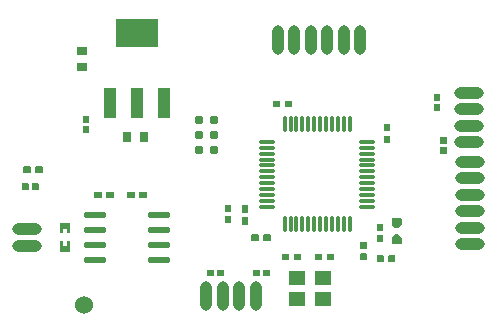
<source format=gtp>
G04 Layer: TopPasteMaskLayer*
G04 EasyEDA v6.5.40, 2024-02-03 19:01:27*
G04 629f34bd56064ca5b14c1ddf27600c48,2e16165ee3bb4678bfb3015e44e098b9,10*
G04 Gerber Generator version 0.2*
G04 Scale: 100 percent, Rotated: No, Reflected: No *
G04 Dimensions in millimeters *
G04 leading zeros omitted , absolute positions ,4 integer and 5 decimal *
%FSLAX45Y45*%
%MOMM*%

%AMMACRO1*21,1,$1,$2,0,0,$3*%
%ADD10C,1.5240*%
%ADD11R,0.9000X0.8000*%
%ADD12R,0.8000X0.9000*%
%ADD13O,1.950212X0.5684012*%
%ADD14R,1.1000X2.5000*%
%ADD15MACRO1,3.5999X2.3398X0.0000*%
%ADD16O,0.9999979999999999X2.4999949999999997*%
%ADD17O,0.0158X2.4999949999999997*%
%ADD18O,2.4999949999999997X0.9999979999999999*%
%ADD19O,0.27000199999999996X1.499997*%
%ADD20O,1.499997X0.27000199999999996*%
%ADD21R,1.4000X1.2000*%
%ADD22C,0.7874*%

%LPD*%
G36*
X1179982Y-1572514D02*
G01*
X1175004Y-1577492D01*
X1175004Y-1622501D01*
X1179982Y-1627479D01*
X1233017Y-1627479D01*
X1237996Y-1622501D01*
X1237996Y-1577492D01*
X1233017Y-1572514D01*
G37*
G36*
X1077010Y-1572514D02*
G01*
X1071981Y-1577492D01*
X1071981Y-1622501D01*
X1077010Y-1627479D01*
X1129995Y-1627479D01*
X1135024Y-1622501D01*
X1135024Y-1577492D01*
X1129995Y-1572514D01*
G37*
G36*
X797001Y-1572514D02*
G01*
X792022Y-1577492D01*
X792022Y-1622501D01*
X797001Y-1627479D01*
X849985Y-1627479D01*
X855014Y-1622501D01*
X855014Y-1577492D01*
X849985Y-1572514D01*
G37*
G36*
X899972Y-1572514D02*
G01*
X894994Y-1577492D01*
X894994Y-1622501D01*
X899972Y-1627479D01*
X953008Y-1627479D01*
X957986Y-1622501D01*
X957986Y-1577492D01*
X953008Y-1572514D01*
G37*
G36*
X197002Y-1357477D02*
G01*
X192024Y-1362506D01*
X192024Y-1407515D01*
X197002Y-1412494D01*
X249986Y-1412494D01*
X255016Y-1407515D01*
X255016Y-1362506D01*
X249986Y-1357477D01*
G37*
G36*
X299974Y-1357477D02*
G01*
X294995Y-1362506D01*
X294995Y-1407515D01*
X299974Y-1412494D01*
X353009Y-1412494D01*
X357987Y-1407515D01*
X357987Y-1362506D01*
X353009Y-1357477D01*
G37*
G36*
X2230018Y-1932482D02*
G01*
X2224989Y-1937512D01*
X2224989Y-1982520D01*
X2230018Y-1987499D01*
X2283002Y-1987499D01*
X2287981Y-1982520D01*
X2287981Y-1937512D01*
X2283002Y-1932482D01*
G37*
G36*
X2126996Y-1932482D02*
G01*
X2122017Y-1937512D01*
X2122017Y-1982520D01*
X2126996Y-1987499D01*
X2179980Y-1987499D01*
X2185009Y-1982520D01*
X2185009Y-1937512D01*
X2179980Y-1932482D01*
G37*
G36*
X3247491Y-997000D02*
G01*
X3242513Y-1001979D01*
X3242513Y-1055014D01*
X3247491Y-1059992D01*
X3292500Y-1059992D01*
X3297478Y-1055014D01*
X3297478Y-1001979D01*
X3292500Y-997000D01*
G37*
G36*
X3247491Y-1099972D02*
G01*
X3242513Y-1105001D01*
X3242513Y-1157986D01*
X3247491Y-1163015D01*
X3292500Y-1163015D01*
X3297478Y-1157986D01*
X3297478Y-1105001D01*
X3292500Y-1099972D01*
G37*
G36*
X2047493Y-1789988D02*
G01*
X2042515Y-1795018D01*
X2042515Y-1848002D01*
X2047493Y-1852980D01*
X2092502Y-1852980D01*
X2097481Y-1848002D01*
X2097481Y-1795018D01*
X2092502Y-1789988D01*
G37*
G36*
X2047493Y-1687017D02*
G01*
X2042515Y-1691995D01*
X2042515Y-1744980D01*
X2047493Y-1750009D01*
X2092502Y-1750009D01*
X2097481Y-1744980D01*
X2097481Y-1691995D01*
X2092502Y-1687017D01*
G37*
G36*
X2306980Y-802487D02*
G01*
X2302002Y-807516D01*
X2302002Y-852474D01*
X2306980Y-857503D01*
X2360015Y-857503D01*
X2364994Y-852474D01*
X2364994Y-807516D01*
X2360015Y-802487D01*
G37*
G36*
X2410002Y-802487D02*
G01*
X2404973Y-807516D01*
X2404973Y-852474D01*
X2410002Y-857503D01*
X2462987Y-857503D01*
X2468016Y-852474D01*
X2468016Y-807516D01*
X2462987Y-802487D01*
G37*
G36*
X3316478Y-1798777D02*
G01*
X3310077Y-1805178D01*
X3310077Y-1855520D01*
X3339439Y-1882952D01*
X3367074Y-1882952D01*
X3396487Y-1855520D01*
X3396487Y-1805178D01*
X3390087Y-1798777D01*
G37*
G36*
X3340557Y-1934514D02*
G01*
X3311194Y-1961946D01*
X3311194Y-2012238D01*
X3317595Y-2018639D01*
X3391204Y-2018639D01*
X3397605Y-2012238D01*
X3397605Y-1961946D01*
X3368243Y-1934514D01*
G37*
G36*
X1752447Y-2233015D02*
G01*
X1748434Y-2236978D01*
X1748434Y-2283002D01*
X1752447Y-2287016D01*
X1802485Y-2287016D01*
X1806498Y-2283002D01*
X1806498Y-2236978D01*
X1802485Y-2233015D01*
G37*
G36*
X1837486Y-2233015D02*
G01*
X1833473Y-2236978D01*
X1833473Y-2283002D01*
X1837486Y-2287016D01*
X1887575Y-2287016D01*
X1891538Y-2283002D01*
X1891538Y-2236978D01*
X1887575Y-2233015D01*
G37*
G36*
X3050895Y-2091182D02*
G01*
X3045917Y-2098192D01*
X3045917Y-2146198D01*
X3050895Y-2151227D01*
X3095904Y-2151227D01*
X3100882Y-2146198D01*
X3100882Y-2098192D01*
X3095904Y-2091182D01*
G37*
G36*
X3050895Y-1995220D02*
G01*
X3045917Y-2000199D01*
X3045917Y-2048205D01*
X3050895Y-2055215D01*
X3095904Y-2055215D01*
X3100882Y-2048205D01*
X3100882Y-2000199D01*
X3095904Y-1995220D01*
G37*
G36*
X3190595Y-1938782D02*
G01*
X3185617Y-1945792D01*
X3185617Y-1993798D01*
X3190595Y-1998827D01*
X3235604Y-1998827D01*
X3240582Y-1993798D01*
X3240582Y-1945792D01*
X3235604Y-1938782D01*
G37*
G36*
X3190595Y-1842820D02*
G01*
X3185617Y-1847799D01*
X3185617Y-1895805D01*
X3190595Y-1902815D01*
X3235604Y-1902815D01*
X3240582Y-1895805D01*
X3240582Y-1847799D01*
X3235604Y-1842820D01*
G37*
G36*
X3190900Y-2109216D02*
G01*
X3185922Y-2114194D01*
X3185922Y-2159203D01*
X3190900Y-2164181D01*
X3238906Y-2164181D01*
X3245916Y-2159203D01*
X3245916Y-2114194D01*
X3238906Y-2109216D01*
G37*
G36*
X3288893Y-2109216D02*
G01*
X3281883Y-2114194D01*
X3281883Y-2159203D01*
X3288893Y-2164181D01*
X3336899Y-2164181D01*
X3341878Y-2159203D01*
X3341878Y-2114194D01*
X3336899Y-2109216D01*
G37*
G36*
X2390800Y-2096516D02*
G01*
X2385822Y-2101494D01*
X2385822Y-2146503D01*
X2390800Y-2151481D01*
X2438806Y-2151481D01*
X2445816Y-2146503D01*
X2445816Y-2101494D01*
X2438806Y-2096516D01*
G37*
G36*
X2488793Y-2096516D02*
G01*
X2481783Y-2101494D01*
X2481783Y-2146503D01*
X2488793Y-2151481D01*
X2536799Y-2151481D01*
X2541778Y-2146503D01*
X2541778Y-2101494D01*
X2536799Y-2096516D01*
G37*
G36*
X2768193Y-2096516D02*
G01*
X2761183Y-2101494D01*
X2761183Y-2146503D01*
X2768193Y-2151481D01*
X2816199Y-2151481D01*
X2821178Y-2146503D01*
X2821178Y-2101494D01*
X2816199Y-2096516D01*
G37*
G36*
X2670200Y-2096516D02*
G01*
X2665222Y-2101494D01*
X2665222Y-2146503D01*
X2670200Y-2151481D01*
X2718206Y-2151481D01*
X2725216Y-2146503D01*
X2725216Y-2101494D01*
X2718206Y-2096516D01*
G37*
G36*
X1902510Y-1681988D02*
G01*
X1897481Y-1687017D01*
X1897481Y-1734972D01*
X1902510Y-1741982D01*
X1947519Y-1741982D01*
X1952498Y-1734972D01*
X1952498Y-1687017D01*
X1947519Y-1681988D01*
G37*
G36*
X1902510Y-1778000D02*
G01*
X1897481Y-1785010D01*
X1897481Y-1833016D01*
X1902510Y-1837994D01*
X1947519Y-1837994D01*
X1952498Y-1833016D01*
X1952498Y-1785010D01*
X1947519Y-1778000D01*
G37*
G36*
X506120Y-1834388D02*
G01*
X501091Y-1839417D01*
X501091Y-1919376D01*
X506120Y-1924405D01*
X528878Y-1924405D01*
X528878Y-1887423D01*
X561898Y-1887423D01*
X561898Y-1924405D01*
X586079Y-1924405D01*
X591108Y-1919376D01*
X591108Y-1839417D01*
X586079Y-1834388D01*
G37*
G36*
X506120Y-1994407D02*
G01*
X501091Y-1999386D01*
X501091Y-2078380D01*
X506120Y-2083409D01*
X586079Y-2083409D01*
X591108Y-2078380D01*
X591108Y-1999386D01*
X586079Y-1994407D01*
X561898Y-1994407D01*
X561898Y-2032406D01*
X528878Y-2032406D01*
X528878Y-1994407D01*
G37*
G36*
X182422Y-1503019D02*
G01*
X178460Y-1506982D01*
X178460Y-1553006D01*
X182422Y-1557020D01*
X232511Y-1557020D01*
X236524Y-1553006D01*
X236524Y-1506982D01*
X232511Y-1503019D01*
G37*
G36*
X267512Y-1503019D02*
G01*
X263499Y-1506982D01*
X263499Y-1553006D01*
X267512Y-1557020D01*
X317550Y-1557020D01*
X321564Y-1553006D01*
X321564Y-1506982D01*
X317550Y-1503019D01*
G37*
G36*
X2227478Y-2233015D02*
G01*
X2223516Y-2236978D01*
X2223516Y-2283002D01*
X2227478Y-2287016D01*
X2277567Y-2287016D01*
X2281580Y-2283002D01*
X2281580Y-2236978D01*
X2277567Y-2233015D01*
G37*
G36*
X2142439Y-2233015D02*
G01*
X2138426Y-2236978D01*
X2138426Y-2283002D01*
X2142439Y-2287016D01*
X2192477Y-2287016D01*
X2196490Y-2283002D01*
X2196490Y-2236978D01*
X2192477Y-2233015D01*
G37*
G36*
X3671976Y-743458D02*
G01*
X3668014Y-747420D01*
X3668014Y-797509D01*
X3671976Y-801522D01*
X3718001Y-801522D01*
X3722014Y-797509D01*
X3722014Y-747420D01*
X3718001Y-743458D01*
G37*
G36*
X3671976Y-828497D02*
G01*
X3668014Y-832510D01*
X3668014Y-882548D01*
X3671976Y-886561D01*
X3718001Y-886561D01*
X3722014Y-882548D01*
X3722014Y-832510D01*
X3718001Y-828497D01*
G37*
G36*
X3726992Y-1193495D02*
G01*
X3722979Y-1197508D01*
X3722979Y-1247546D01*
X3726992Y-1251559D01*
X3772966Y-1251559D01*
X3776979Y-1247546D01*
X3776979Y-1197508D01*
X3772966Y-1193495D01*
G37*
G36*
X3726992Y-1108456D02*
G01*
X3722979Y-1112418D01*
X3722979Y-1162507D01*
X3726992Y-1166520D01*
X3772966Y-1166520D01*
X3776979Y-1162507D01*
X3776979Y-1112418D01*
X3772966Y-1108456D01*
G37*
G36*
X700887Y-1019911D02*
G01*
X696874Y-1023924D01*
X696874Y-1073962D01*
X700887Y-1077976D01*
X746912Y-1077976D01*
X750925Y-1073962D01*
X750925Y-1023924D01*
X746912Y-1019911D01*
G37*
G36*
X700887Y-934821D02*
G01*
X696874Y-938834D01*
X696874Y-988923D01*
X700887Y-992886D01*
X746912Y-992886D01*
X750925Y-988923D01*
X750925Y-938834D01*
X746912Y-934821D01*
G37*
D10*
G01*
X710006Y-2534996D03*
D11*
G01*
X685800Y-377545D03*
G01*
X685800Y-517550D03*
D12*
G01*
X1213002Y-1107947D03*
G01*
X1072997Y-1107947D03*
D13*
G01*
X1337310Y-2149347D03*
G01*
X1337310Y-2022347D03*
G01*
X1337310Y-1895347D03*
G01*
X1337310Y-1768347D03*
G01*
X796289Y-2149347D03*
G01*
X796289Y-2022347D03*
G01*
X796289Y-1895347D03*
G01*
X796289Y-1768347D03*
D14*
G01*
X925804Y-820750D03*
G01*
X1155801Y-820750D03*
G01*
X1385798Y-820750D03*
D15*
G01*
X1155788Y-226745D03*
D16*
G01*
X1739950Y-2459989D03*
G01*
X1879955Y-2459989D03*
G01*
X2019960Y-2459989D03*
G01*
X2159965Y-2459989D03*
D18*
G01*
X3962400Y-733602D03*
G01*
X3962400Y-873607D03*
G01*
X3962400Y-1013612D03*
G01*
X3962400Y-1153617D03*
G01*
X3975100Y-2020036D03*
G01*
X3975100Y-1880057D03*
G01*
X3975100Y-1740052D03*
G01*
X3975100Y-1600047D03*
G01*
X3975100Y-1460042D03*
G01*
X3975100Y-1320037D03*
D16*
G01*
X2344953Y-290068D03*
G01*
X2484932Y-290068D03*
G01*
X2624937Y-290068D03*
G01*
X2764942Y-290068D03*
G01*
X2904947Y-290068D03*
G01*
X3044952Y-290068D03*
D19*
G01*
X2404694Y-1850440D03*
G01*
X2454706Y-1850440D03*
G01*
X2504693Y-1850440D03*
G01*
X2554706Y-1850440D03*
G01*
X2604693Y-1850440D03*
G01*
X2654706Y-1850440D03*
G01*
X2704693Y-1850440D03*
G01*
X2754706Y-1850440D03*
G01*
X2804693Y-1850440D03*
G01*
X2854706Y-1850440D03*
G01*
X2904693Y-1850440D03*
G01*
X2954705Y-1850440D03*
D20*
G01*
X3104692Y-1700453D03*
G01*
X3104692Y-1650441D03*
G01*
X3104692Y-1600454D03*
G01*
X3104692Y-1550441D03*
G01*
X3104692Y-1500454D03*
G01*
X3104692Y-1450441D03*
G01*
X3104692Y-1400454D03*
G01*
X3104692Y-1350441D03*
G01*
X3104692Y-1300454D03*
G01*
X3104692Y-1250442D03*
G01*
X3104692Y-1200454D03*
G01*
X3104692Y-1150442D03*
D19*
G01*
X2954705Y-1000455D03*
G01*
X2904693Y-1000455D03*
G01*
X2854706Y-1000455D03*
G01*
X2804693Y-1000455D03*
G01*
X2754706Y-1000455D03*
G01*
X2704693Y-1000455D03*
G01*
X2654706Y-1000455D03*
G01*
X2604693Y-1000455D03*
G01*
X2554706Y-1000455D03*
G01*
X2504693Y-1000455D03*
G01*
X2454706Y-1000455D03*
G01*
X2404694Y-1000455D03*
D20*
G01*
X2254707Y-1150442D03*
G01*
X2254707Y-1200454D03*
G01*
X2254707Y-1250442D03*
G01*
X2254707Y-1300454D03*
G01*
X2254707Y-1350441D03*
G01*
X2254707Y-1400454D03*
G01*
X2254707Y-1450441D03*
G01*
X2254707Y-1500454D03*
G01*
X2254707Y-1550441D03*
G01*
X2254707Y-1600454D03*
G01*
X2254707Y-1650441D03*
G01*
X2254707Y-1700453D03*
D21*
G01*
X2726207Y-2303195D03*
G01*
X2506192Y-2303195D03*
G01*
X2506192Y-2478201D03*
G01*
X2726207Y-2478176D03*
D22*
G01*
X1676400Y-968298D03*
G01*
X1803400Y-968298D03*
G01*
X1676400Y-1095298D03*
G01*
X1803400Y-1095298D03*
G01*
X1676400Y-1222298D03*
G01*
X1803400Y-1222298D03*
D18*
G01*
X219989Y-1889988D03*
G01*
X219989Y-2029993D03*
M02*

</source>
